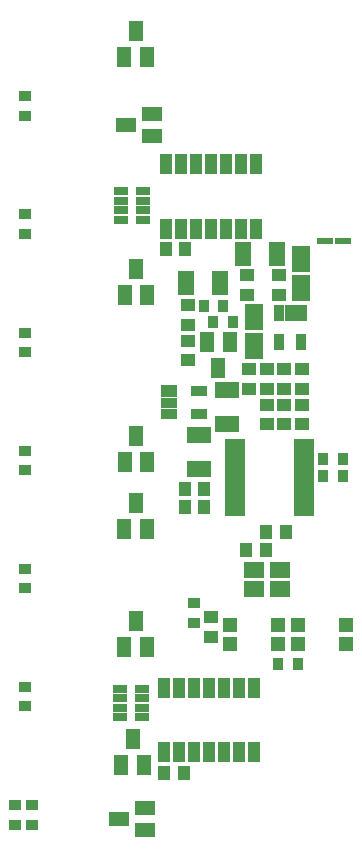
<source format=gbp>
G04*
G04 #@! TF.GenerationSoftware,Altium Limited,Altium Designer,20.0.12 (288)*
G04*
G04 Layer_Color=128*
%FSLAX44Y44*%
%MOMM*%
G71*
G01*
G75*
%ADD74R,1.6600X1.4100*%
%ADD75R,1.0100X1.7100*%
%ADD76R,1.1600X0.6600*%
%ADD77R,1.1100X0.9600*%
%ADD78R,1.0600X1.2100*%
%ADD79R,1.6600X1.2600*%
%ADD80R,1.2600X1.6600*%
%ADD81R,1.2100X1.0600*%
%ADD82R,1.3600X0.9600*%
%ADD83R,1.3600X1.0600*%
%ADD84R,1.4600X2.0000*%
%ADD85R,0.9600X1.1100*%
%ADD86R,1.1600X1.2600*%
%ADD87R,1.6600X0.7100*%
%ADD88R,2.0000X1.4600*%
%ADD89R,0.9600X1.3600*%
%ADD90R,1.0600X1.3600*%
%ADD91R,1.4100X0.5600*%
%ADD92R,1.5100X2.2100*%
D74*
X258000Y289250D02*
D03*
Y305250D02*
D03*
X236000D02*
D03*
Y289250D02*
D03*
D75*
X161315Y648600D02*
D03*
X174015D02*
D03*
X186715D02*
D03*
X199415D02*
D03*
X212115D02*
D03*
X224815D02*
D03*
X237515D02*
D03*
X161315Y594100D02*
D03*
X174015D02*
D03*
X186715D02*
D03*
X199415D02*
D03*
X212115D02*
D03*
X224815D02*
D03*
X237515D02*
D03*
X160315Y205600D02*
D03*
X173015D02*
D03*
X185715D02*
D03*
X198415D02*
D03*
X211115D02*
D03*
X223815D02*
D03*
X236515D02*
D03*
X160315Y151100D02*
D03*
X173015D02*
D03*
X185715D02*
D03*
X198415D02*
D03*
X211115D02*
D03*
X223815D02*
D03*
X236515D02*
D03*
D76*
X123000Y180500D02*
D03*
Y188500D02*
D03*
Y196500D02*
D03*
Y204500D02*
D03*
X141000Y180500D02*
D03*
Y188500D02*
D03*
Y196500D02*
D03*
Y204500D02*
D03*
X124000Y602000D02*
D03*
Y610000D02*
D03*
Y618000D02*
D03*
Y626000D02*
D03*
X142000Y602000D02*
D03*
Y610000D02*
D03*
Y618000D02*
D03*
Y626000D02*
D03*
D77*
X34000Y89750D02*
D03*
Y106250D02*
D03*
X48000D02*
D03*
Y89750D02*
D03*
X42000Y206250D02*
D03*
Y189750D02*
D03*
Y306250D02*
D03*
Y289750D02*
D03*
Y506250D02*
D03*
Y489750D02*
D03*
Y406250D02*
D03*
Y389750D02*
D03*
Y606250D02*
D03*
Y589750D02*
D03*
Y706250D02*
D03*
Y689750D02*
D03*
X185000Y260750D02*
D03*
Y277250D02*
D03*
D78*
X176750Y133750D02*
D03*
X160250D02*
D03*
X178000Y577000D02*
D03*
X161500D02*
D03*
X229750Y322000D02*
D03*
X246250D02*
D03*
X263250Y337000D02*
D03*
X246750D02*
D03*
X194250Y359000D02*
D03*
X177750D02*
D03*
X194250Y374000D02*
D03*
X177750D02*
D03*
D79*
X144000Y104000D02*
D03*
Y85000D02*
D03*
X122000Y94500D02*
D03*
X150000Y691500D02*
D03*
Y672500D02*
D03*
X128000Y682000D02*
D03*
D80*
X143000Y140000D02*
D03*
X124000D02*
D03*
X133500Y162000D02*
D03*
X146000Y397000D02*
D03*
X127000D02*
D03*
X136500Y419000D02*
D03*
X145500Y240000D02*
D03*
X126500D02*
D03*
X136000Y262000D02*
D03*
X145500Y340000D02*
D03*
X126500D02*
D03*
X136000Y362000D02*
D03*
X145500Y740000D02*
D03*
X126500D02*
D03*
X136000Y762000D02*
D03*
X146000Y538000D02*
D03*
X127000D02*
D03*
X136500Y560000D02*
D03*
X206000Y476000D02*
D03*
X215500Y498000D02*
D03*
X196500D02*
D03*
D81*
X180000Y499250D02*
D03*
Y482750D02*
D03*
X180000Y529500D02*
D03*
Y513000D02*
D03*
X246968Y428750D02*
D03*
Y445250D02*
D03*
X261968Y428750D02*
D03*
Y445250D02*
D03*
X276968Y428750D02*
D03*
Y445250D02*
D03*
X200000Y265250D02*
D03*
Y248750D02*
D03*
X230000Y538323D02*
D03*
Y554823D02*
D03*
X262000Y458750D02*
D03*
Y475250D02*
D03*
X247000Y458750D02*
D03*
Y475250D02*
D03*
X232000Y458750D02*
D03*
Y475250D02*
D03*
X277000D02*
D03*
Y458750D02*
D03*
X257000Y554823D02*
D03*
Y538323D02*
D03*
D82*
X189530Y437490D02*
D03*
Y456490D02*
D03*
X164530Y446990D02*
D03*
Y437490D02*
D03*
D83*
Y456490D02*
D03*
D84*
X178400Y548000D02*
D03*
X207000D02*
D03*
X226700Y573000D02*
D03*
X255300D02*
D03*
D85*
X193750Y529000D02*
D03*
X210250D02*
D03*
X218250Y515000D02*
D03*
X201750D02*
D03*
X311250Y385000D02*
D03*
X294750D02*
D03*
X311250Y399000D02*
D03*
X294750D02*
D03*
X273250Y226000D02*
D03*
X256750D02*
D03*
D86*
X215750Y259000D02*
D03*
X256750D02*
D03*
X215750Y243000D02*
D03*
X256750D02*
D03*
X273500Y259000D02*
D03*
X314500D02*
D03*
X273500Y243000D02*
D03*
X314500D02*
D03*
D87*
X278750Y413000D02*
D03*
Y406500D02*
D03*
Y400000D02*
D03*
Y393500D02*
D03*
Y387000D02*
D03*
Y380500D02*
D03*
Y374000D02*
D03*
Y367500D02*
D03*
Y361000D02*
D03*
Y354500D02*
D03*
X219750Y413000D02*
D03*
Y406500D02*
D03*
Y400000D02*
D03*
Y393500D02*
D03*
Y387000D02*
D03*
Y380500D02*
D03*
Y374000D02*
D03*
Y367500D02*
D03*
Y361000D02*
D03*
Y354500D02*
D03*
D88*
X190000Y390700D02*
D03*
Y419300D02*
D03*
X213000Y428700D02*
D03*
Y457300D02*
D03*
D89*
X257000Y498000D02*
D03*
X276000D02*
D03*
X266500Y523000D02*
D03*
X257000D02*
D03*
D90*
X276000D02*
D03*
D91*
X296250Y584000D02*
D03*
X311750D02*
D03*
D92*
X276000Y544323D02*
D03*
Y568823D02*
D03*
X236000Y519250D02*
D03*
Y494750D02*
D03*
M02*

</source>
